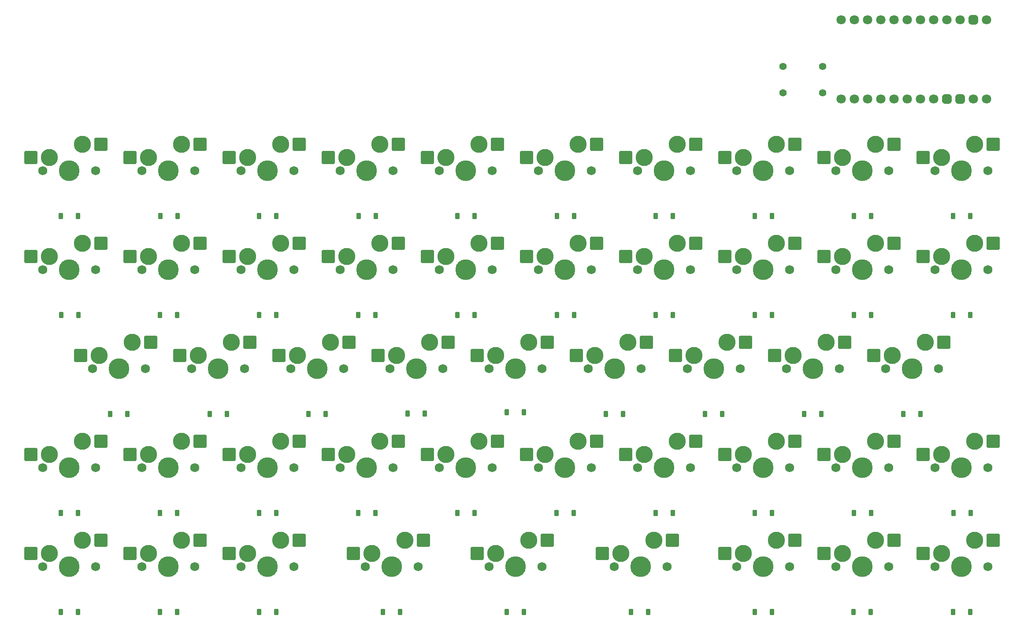
<source format=gbr>
%TF.GenerationSoftware,KiCad,Pcbnew,8.0.6*%
%TF.CreationDate,2024-11-21T10:17:36-07:00*%
%TF.ProjectId,newk-tabesque48,6e65776b-2d74-4616-9265-737175653438,rev?*%
%TF.SameCoordinates,Original*%
%TF.FileFunction,Soldermask,Bot*%
%TF.FilePolarity,Negative*%
%FSLAX46Y46*%
G04 Gerber Fmt 4.6, Leading zero omitted, Abs format (unit mm)*
G04 Created by KiCad (PCBNEW 8.0.6) date 2024-11-21 10:17:36*
%MOMM*%
%LPD*%
G01*
G04 APERTURE LIST*
G04 Aperture macros list*
%AMRoundRect*
0 Rectangle with rounded corners*
0 $1 Rounding radius*
0 $2 $3 $4 $5 $6 $7 $8 $9 X,Y pos of 4 corners*
0 Add a 4 corners polygon primitive as box body*
4,1,4,$2,$3,$4,$5,$6,$7,$8,$9,$2,$3,0*
0 Add four circle primitives for the rounded corners*
1,1,$1+$1,$2,$3*
1,1,$1+$1,$4,$5*
1,1,$1+$1,$6,$7*
1,1,$1+$1,$8,$9*
0 Add four rect primitives between the rounded corners*
20,1,$1+$1,$2,$3,$4,$5,0*
20,1,$1+$1,$4,$5,$6,$7,0*
20,1,$1+$1,$6,$7,$8,$9,0*
20,1,$1+$1,$8,$9,$2,$3,0*%
G04 Aperture macros list end*
%ADD10C,1.397000*%
%ADD11C,1.800000*%
%ADD12RoundRect,0.450000X-0.450000X0.450000X-0.450000X-0.450000X0.450000X-0.450000X0.450000X0.450000X0*%
%ADD13C,1.750000*%
%ADD14C,3.987800*%
%ADD15C,3.300000*%
%ADD16RoundRect,0.250000X1.025000X1.000000X-1.025000X1.000000X-1.025000X-1.000000X1.025000X-1.000000X0*%
%ADD17RoundRect,0.225000X0.225000X0.375000X-0.225000X0.375000X-0.225000X-0.375000X0.225000X-0.375000X0*%
G04 APERTURE END LIST*
D10*
%TO.C,SW1*%
X206629000Y-37846000D03*
X214249000Y-37846000D03*
X206629000Y-42926000D03*
X214249000Y-42926000D03*
%TD*%
D11*
%TO.C,U1*%
X245681500Y-44100750D03*
X243141500Y-44100750D03*
D12*
X240601500Y-44100750D03*
X238061500Y-44100750D03*
D11*
X235521500Y-44100750D03*
X232981500Y-44100750D03*
X230441500Y-44100750D03*
X227901500Y-44100750D03*
X225361500Y-44100750D03*
X222821500Y-44100750D03*
X220281500Y-44100750D03*
X217741500Y-44100750D03*
X245681500Y-28860750D03*
D12*
X243141500Y-28860750D03*
D11*
X240601500Y-28860750D03*
X238061500Y-28860750D03*
X235521500Y-28860750D03*
X232981500Y-28860750D03*
X230441500Y-28860750D03*
X227901500Y-28860750D03*
X225361500Y-28860750D03*
X222821500Y-28860750D03*
X220281500Y-28860750D03*
X217741500Y-28860750D03*
%TD*%
D13*
%TO.C,MX33*%
X188849000Y-115062000D03*
D14*
X183769000Y-115062000D03*
D13*
X178689000Y-115062000D03*
D15*
X179959000Y-112522000D03*
D16*
X176409000Y-112522000D03*
X189859000Y-109982000D03*
D15*
X186309000Y-109982000D03*
%TD*%
D13*
%TO.C,MX31*%
X226949000Y-115062000D03*
D14*
X221869000Y-115062000D03*
D13*
X216789000Y-115062000D03*
D15*
X218059000Y-112522000D03*
D16*
X214509000Y-112522000D03*
X227959000Y-109982000D03*
D15*
X224409000Y-109982000D03*
%TD*%
D13*
%TO.C,MX44*%
X160274000Y-134112000D03*
D14*
X155194000Y-134112000D03*
D13*
X150114000Y-134112000D03*
D15*
X151384000Y-131572000D03*
D16*
X147834000Y-131572000D03*
X161284000Y-129032000D03*
D15*
X157734000Y-129032000D03*
%TD*%
D13*
%TO.C,MX4*%
X188849000Y-57912000D03*
D14*
X183769000Y-57912000D03*
D13*
X178689000Y-57912000D03*
D15*
X179959000Y-55372000D03*
D16*
X176409000Y-55372000D03*
X189859000Y-52832000D03*
D15*
X186309000Y-52832000D03*
%TD*%
D13*
%TO.C,MX12*%
X226949000Y-76962000D03*
D14*
X221869000Y-76962000D03*
D13*
X216789000Y-76962000D03*
D15*
X218059000Y-74422000D03*
D16*
X214509000Y-74422000D03*
X227959000Y-71882000D03*
D15*
X224409000Y-71882000D03*
%TD*%
D13*
%TO.C,MX37*%
X112649000Y-115062000D03*
D14*
X107569000Y-115062000D03*
D13*
X102489000Y-115062000D03*
D15*
X103759000Y-112522000D03*
D16*
X100209000Y-112522000D03*
X113659000Y-109982000D03*
D15*
X110109000Y-109982000D03*
%TD*%
D13*
%TO.C,MX20*%
X74549000Y-76962000D03*
D14*
X69469000Y-76962000D03*
D13*
X64389000Y-76962000D03*
D15*
X65659000Y-74422000D03*
D16*
X62109000Y-74422000D03*
X75559000Y-71882000D03*
D15*
X72009000Y-71882000D03*
%TD*%
D13*
%TO.C,MX39*%
X74549000Y-115062000D03*
D14*
X69469000Y-115062000D03*
D13*
X64389000Y-115062000D03*
D15*
X65659000Y-112522000D03*
D16*
X62109000Y-112522000D03*
X75559000Y-109982000D03*
D15*
X72009000Y-109982000D03*
%TD*%
D13*
%TO.C,MX3*%
X207899000Y-57912000D03*
D14*
X202819000Y-57912000D03*
D13*
X197739000Y-57912000D03*
D15*
X199009000Y-55372000D03*
D16*
X195459000Y-55372000D03*
X208909000Y-52832000D03*
D15*
X205359000Y-52832000D03*
%TD*%
D13*
%TO.C,MX13*%
X207899000Y-76962000D03*
D14*
X202819000Y-76962000D03*
D13*
X197739000Y-76962000D03*
D15*
X199009000Y-74422000D03*
D16*
X195459000Y-74422000D03*
X208909000Y-71882000D03*
D15*
X205359000Y-71882000D03*
%TD*%
D17*
%TO.C,D32*%
X204469000Y-123793250D03*
X201169000Y-123793250D03*
%TD*%
%TO.C,D31*%
X223519000Y-123793250D03*
X220219000Y-123793250D03*
%TD*%
D13*
%TO.C,MX2*%
X226949000Y-57912000D03*
D14*
X221869000Y-57912000D03*
D13*
X216789000Y-57912000D03*
D15*
X218059000Y-55372000D03*
D16*
X214509000Y-55372000D03*
X227959000Y-52832000D03*
D15*
X224409000Y-52832000D03*
%TD*%
D17*
%TO.C,D47*%
X90169000Y-142843250D03*
X86869000Y-142843250D03*
%TD*%
D13*
%TO.C,MX7*%
X131699000Y-57912000D03*
D14*
X126619000Y-57912000D03*
D13*
X121539000Y-57912000D03*
D15*
X122809000Y-55372000D03*
D16*
X119259000Y-55372000D03*
X132709000Y-52832000D03*
D15*
X129159000Y-52832000D03*
%TD*%
D17*
%TO.C,D36*%
X128269000Y-123793250D03*
X124969000Y-123793250D03*
%TD*%
%TO.C,D15*%
X166431500Y-85693250D03*
X163131500Y-85693250D03*
%TD*%
D13*
%TO.C,MX1*%
X245999000Y-57912000D03*
D14*
X240919000Y-57912000D03*
D13*
X235839000Y-57912000D03*
D15*
X237109000Y-55372000D03*
D16*
X233559000Y-55372000D03*
X247009000Y-52832000D03*
D15*
X243459000Y-52832000D03*
%TD*%
D13*
%TO.C,MX19*%
X93599000Y-76962000D03*
D14*
X88519000Y-76962000D03*
D13*
X83439000Y-76962000D03*
D15*
X84709000Y-74422000D03*
D16*
X81159000Y-74422000D03*
X94609000Y-71882000D03*
D15*
X91059000Y-71882000D03*
%TD*%
D17*
%TO.C,D6*%
X147319000Y-66643250D03*
X144019000Y-66643250D03*
%TD*%
%TO.C,D5*%
X166431500Y-66643250D03*
X163131500Y-66643250D03*
%TD*%
D13*
%TO.C,MX40*%
X245999000Y-134112000D03*
D14*
X240919000Y-134112000D03*
D13*
X235839000Y-134112000D03*
D15*
X237109000Y-131572000D03*
D16*
X233559000Y-131572000D03*
X247009000Y-129032000D03*
D15*
X243459000Y-129032000D03*
%TD*%
D13*
%TO.C,MX36*%
X131699000Y-115062000D03*
D14*
X126619000Y-115062000D03*
D13*
X121539000Y-115062000D03*
D15*
X122809000Y-112522000D03*
D16*
X119259000Y-112522000D03*
X132709000Y-109982000D03*
D15*
X129159000Y-109982000D03*
%TD*%
D13*
%TO.C,MX46*%
X112649000Y-134112000D03*
D14*
X107569000Y-134112000D03*
D13*
X102489000Y-134112000D03*
D15*
X103759000Y-131572000D03*
D16*
X100209000Y-131572000D03*
X113659000Y-129032000D03*
D15*
X110109000Y-129032000D03*
%TD*%
D13*
%TO.C,MX16*%
X150749000Y-76962000D03*
D14*
X145669000Y-76962000D03*
D13*
X140589000Y-76962000D03*
D15*
X141859000Y-74422000D03*
D16*
X138309000Y-74422000D03*
X151759000Y-71882000D03*
D15*
X148209000Y-71882000D03*
%TD*%
D13*
%TO.C,MX41*%
X226949000Y-134112000D03*
D14*
X221869000Y-134112000D03*
D13*
X216789000Y-134112000D03*
D15*
X218059000Y-131572000D03*
D16*
X214509000Y-131572000D03*
X227959000Y-129032000D03*
D15*
X224409000Y-129032000D03*
%TD*%
D13*
%TO.C,MX17*%
X131699000Y-76962000D03*
D14*
X126619000Y-76962000D03*
D13*
X121539000Y-76962000D03*
D15*
X122809000Y-74422000D03*
D16*
X119259000Y-74422000D03*
X132709000Y-71882000D03*
D15*
X129159000Y-71882000D03*
%TD*%
D17*
%TO.C,D9*%
X90231500Y-66643250D03*
X86931500Y-66643250D03*
%TD*%
D13*
%TO.C,MX9*%
X93599000Y-57912000D03*
D14*
X88519000Y-57912000D03*
D13*
X83439000Y-57912000D03*
D15*
X84709000Y-55372000D03*
D16*
X81159000Y-55372000D03*
X94609000Y-52832000D03*
D15*
X91059000Y-52832000D03*
%TD*%
D17*
%TO.C,D43*%
X180656500Y-142843250D03*
X177356500Y-142843250D03*
%TD*%
D13*
%TO.C,MX25*%
X160274000Y-96012000D03*
D14*
X155194000Y-96012000D03*
D13*
X150114000Y-96012000D03*
D15*
X151384000Y-93472000D03*
D16*
X147834000Y-93472000D03*
X161284000Y-90932000D03*
D15*
X157734000Y-90932000D03*
%TD*%
D17*
%TO.C,D39*%
X71119000Y-123793250D03*
X67819000Y-123793250D03*
%TD*%
D13*
%TO.C,MX10*%
X74549000Y-57912000D03*
D14*
X69469000Y-57912000D03*
D13*
X64389000Y-57912000D03*
D15*
X65659000Y-55372000D03*
D16*
X62109000Y-55372000D03*
X75559000Y-52832000D03*
D15*
X72009000Y-52832000D03*
%TD*%
D17*
%TO.C,D19*%
X90169000Y-85693250D03*
X86869000Y-85693250D03*
%TD*%
%TO.C,D42*%
X204469000Y-142843250D03*
X201169000Y-142843250D03*
%TD*%
%TO.C,D4*%
X185419000Y-66643250D03*
X182119000Y-66643250D03*
%TD*%
D13*
%TO.C,MX5*%
X169799000Y-57912000D03*
D14*
X164719000Y-57912000D03*
D13*
X159639000Y-57912000D03*
D15*
X160909000Y-55372000D03*
D16*
X157359000Y-55372000D03*
X170809000Y-52832000D03*
D15*
X167259000Y-52832000D03*
%TD*%
D13*
%TO.C,MX23*%
X198374000Y-96012000D03*
D14*
X193294000Y-96012000D03*
D13*
X188214000Y-96012000D03*
D15*
X189484000Y-93472000D03*
D16*
X185934000Y-93472000D03*
X199384000Y-90932000D03*
D15*
X195834000Y-90932000D03*
%TD*%
D17*
%TO.C,D24*%
X175894000Y-104743250D03*
X172594000Y-104743250D03*
%TD*%
%TO.C,D12*%
X223519000Y-85693250D03*
X220219000Y-85693250D03*
%TD*%
%TO.C,D17*%
X128269000Y-85693250D03*
X124969000Y-85693250D03*
%TD*%
%TO.C,D8*%
X109219000Y-66643250D03*
X105919000Y-66643250D03*
%TD*%
D13*
%TO.C,MX24*%
X179324000Y-96012000D03*
D14*
X174244000Y-96012000D03*
D13*
X169164000Y-96012000D03*
D15*
X170434000Y-93472000D03*
D16*
X166884000Y-93472000D03*
X180334000Y-90932000D03*
D15*
X176784000Y-90932000D03*
%TD*%
D13*
%TO.C,MX27*%
X122174000Y-96012000D03*
D14*
X117094000Y-96012000D03*
D13*
X112014000Y-96012000D03*
D15*
X113284000Y-93472000D03*
D16*
X109734000Y-93472000D03*
X123184000Y-90932000D03*
D15*
X119634000Y-90932000D03*
%TD*%
D17*
%TO.C,D13*%
X204469000Y-85693250D03*
X201169000Y-85693250D03*
%TD*%
%TO.C,D7*%
X128331500Y-66643250D03*
X125031500Y-66643250D03*
%TD*%
%TO.C,D30*%
X242631500Y-123793250D03*
X239331500Y-123793250D03*
%TD*%
%TO.C,D2*%
X223519000Y-66643250D03*
X220219000Y-66643250D03*
%TD*%
%TO.C,D1*%
X242569000Y-66643250D03*
X239269000Y-66643250D03*
%TD*%
%TO.C,D41*%
X223456500Y-142843250D03*
X220156500Y-142843250D03*
%TD*%
D13*
%TO.C,MX47*%
X93599000Y-134112000D03*
D14*
X88519000Y-134112000D03*
D13*
X83439000Y-134112000D03*
D15*
X84709000Y-131572000D03*
D16*
X81159000Y-131572000D03*
X94609000Y-129032000D03*
D15*
X91059000Y-129032000D03*
%TD*%
D13*
%TO.C,MX30*%
X245999000Y-115062000D03*
D14*
X240919000Y-115062000D03*
D13*
X235839000Y-115062000D03*
D15*
X237109000Y-112522000D03*
D16*
X233559000Y-112522000D03*
X247009000Y-109982000D03*
D15*
X243459000Y-109982000D03*
%TD*%
D13*
%TO.C,MX14*%
X188849000Y-76962000D03*
D14*
X183769000Y-76962000D03*
D13*
X178689000Y-76962000D03*
D15*
X179959000Y-74422000D03*
D16*
X176409000Y-74422000D03*
X189859000Y-71882000D03*
D15*
X186309000Y-71882000D03*
%TD*%
D17*
%TO.C,D35*%
X147319000Y-123793250D03*
X144019000Y-123793250D03*
%TD*%
D13*
%TO.C,MX11*%
X245999000Y-76962000D03*
D14*
X240919000Y-76962000D03*
D13*
X235839000Y-76962000D03*
D15*
X237109000Y-74422000D03*
D16*
X233559000Y-74422000D03*
X247009000Y-71882000D03*
D15*
X243459000Y-71882000D03*
%TD*%
D13*
%TO.C,MX22*%
X217424000Y-96012000D03*
D14*
X212344000Y-96012000D03*
D13*
X207264000Y-96012000D03*
D15*
X208534000Y-93472000D03*
D16*
X204984000Y-93472000D03*
X218434000Y-90932000D03*
D15*
X214884000Y-90932000D03*
%TD*%
D17*
%TO.C,D38*%
X90169000Y-123793250D03*
X86869000Y-123793250D03*
%TD*%
%TO.C,D48*%
X71119000Y-142843250D03*
X67819000Y-142843250D03*
%TD*%
D13*
%TO.C,MX15*%
X169799000Y-76962000D03*
D14*
X164719000Y-76962000D03*
D13*
X159639000Y-76962000D03*
D15*
X160909000Y-74422000D03*
D16*
X157359000Y-74422000D03*
X170809000Y-71882000D03*
D15*
X167259000Y-71882000D03*
%TD*%
D13*
%TO.C,MX43*%
X184324000Y-134112000D03*
D14*
X179244000Y-134112000D03*
D13*
X174164000Y-134112000D03*
D15*
X175434000Y-131572000D03*
D16*
X171884000Y-131572000D03*
X185334000Y-129032000D03*
D15*
X181784000Y-129032000D03*
%TD*%
D13*
%TO.C,MX35*%
X150749000Y-115062000D03*
D14*
X145669000Y-115062000D03*
D13*
X140589000Y-115062000D03*
D15*
X141859000Y-112522000D03*
D16*
X138309000Y-112522000D03*
X151759000Y-109982000D03*
D15*
X148209000Y-109982000D03*
%TD*%
D17*
%TO.C,D16*%
X147319000Y-85693250D03*
X144019000Y-85693250D03*
%TD*%
%TO.C,D37*%
X109219000Y-123793250D03*
X105919000Y-123793250D03*
%TD*%
%TO.C,D34*%
X166369000Y-123793250D03*
X163069000Y-123793250D03*
%TD*%
%TO.C,D44*%
X156844000Y-142843250D03*
X153544000Y-142843250D03*
%TD*%
%TO.C,D29*%
X80644000Y-104743250D03*
X77344000Y-104743250D03*
%TD*%
%TO.C,D40*%
X242569000Y-142843250D03*
X239269000Y-142843250D03*
%TD*%
%TO.C,D20*%
X71181500Y-85693250D03*
X67881500Y-85693250D03*
%TD*%
D13*
%TO.C,MX29*%
X84074000Y-96012000D03*
D14*
X78994000Y-96012000D03*
D13*
X73914000Y-96012000D03*
D15*
X75184000Y-93472000D03*
D16*
X71634000Y-93472000D03*
X85084000Y-90932000D03*
D15*
X81534000Y-90932000D03*
%TD*%
D17*
%TO.C,D23*%
X194944000Y-104743250D03*
X191644000Y-104743250D03*
%TD*%
D13*
%TO.C,MX34*%
X169799000Y-115062000D03*
D14*
X164719000Y-115062000D03*
D13*
X159639000Y-115062000D03*
D15*
X160909000Y-112522000D03*
D16*
X157359000Y-112522000D03*
X170809000Y-109982000D03*
D15*
X167259000Y-109982000D03*
%TD*%
D17*
%TO.C,D21*%
X233044000Y-104743250D03*
X229744000Y-104743250D03*
%TD*%
D13*
%TO.C,MX8*%
X112649000Y-57912000D03*
D14*
X107569000Y-57912000D03*
D13*
X102489000Y-57912000D03*
D15*
X103759000Y-55372000D03*
D16*
X100209000Y-55372000D03*
X113659000Y-52832000D03*
D15*
X110109000Y-52832000D03*
%TD*%
D17*
%TO.C,D18*%
X109219000Y-85693250D03*
X105919000Y-85693250D03*
%TD*%
%TO.C,D25*%
X156844000Y-104425750D03*
X153544000Y-104425750D03*
%TD*%
%TO.C,D26*%
X137794000Y-104637000D03*
X134494000Y-104637000D03*
%TD*%
D13*
%TO.C,MX26*%
X141224000Y-96012000D03*
D14*
X136144000Y-96012000D03*
D13*
X131064000Y-96012000D03*
D15*
X132334000Y-93472000D03*
D16*
X128784000Y-93472000D03*
X142234000Y-90932000D03*
D15*
X138684000Y-90932000D03*
%TD*%
D17*
%TO.C,D27*%
X118744000Y-104743250D03*
X115444000Y-104743250D03*
%TD*%
D13*
%TO.C,MX48*%
X74549000Y-134112000D03*
D14*
X69469000Y-134112000D03*
D13*
X64389000Y-134112000D03*
D15*
X65659000Y-131572000D03*
D16*
X62109000Y-131572000D03*
X75559000Y-129032000D03*
D15*
X72009000Y-129032000D03*
%TD*%
D13*
%TO.C,MX6*%
X150749000Y-57912000D03*
D14*
X145669000Y-57912000D03*
D13*
X140589000Y-57912000D03*
D15*
X141859000Y-55372000D03*
D16*
X138309000Y-55372000D03*
X151759000Y-52832000D03*
D15*
X148209000Y-52832000D03*
%TD*%
D13*
%TO.C,MX28*%
X103124000Y-96012000D03*
D14*
X98044000Y-96012000D03*
D13*
X92964000Y-96012000D03*
D15*
X94234000Y-93472000D03*
D16*
X90684000Y-93472000D03*
X104134000Y-90932000D03*
D15*
X100584000Y-90932000D03*
%TD*%
D13*
%TO.C,MX38*%
X93599000Y-115062000D03*
D14*
X88519000Y-115062000D03*
D13*
X83439000Y-115062000D03*
D15*
X84709000Y-112522000D03*
D16*
X81159000Y-112522000D03*
X94609000Y-109982000D03*
D15*
X91059000Y-109982000D03*
%TD*%
D17*
%TO.C,D45*%
X133031500Y-142843250D03*
X129731500Y-142843250D03*
%TD*%
%TO.C,D3*%
X204469000Y-66643250D03*
X201169000Y-66643250D03*
%TD*%
D13*
%TO.C,MX18*%
X112649000Y-76962000D03*
D14*
X107569000Y-76962000D03*
D13*
X102489000Y-76962000D03*
D15*
X103759000Y-74422000D03*
D16*
X100209000Y-74422000D03*
X113659000Y-71882000D03*
D15*
X110109000Y-71882000D03*
%TD*%
D17*
%TO.C,D33*%
X185419000Y-123793250D03*
X182119000Y-123793250D03*
%TD*%
%TO.C,D10*%
X71119000Y-66643250D03*
X67819000Y-66643250D03*
%TD*%
%TO.C,D46*%
X109219000Y-142843250D03*
X105919000Y-142843250D03*
%TD*%
%TO.C,D22*%
X213994000Y-104743250D03*
X210694000Y-104743250D03*
%TD*%
D13*
%TO.C,MX45*%
X136461500Y-134112000D03*
D14*
X131381500Y-134112000D03*
D13*
X126301500Y-134112000D03*
D15*
X127571500Y-131572000D03*
D16*
X124021500Y-131572000D03*
X137471500Y-129032000D03*
D15*
X133921500Y-129032000D03*
%TD*%
D17*
%TO.C,D28*%
X99756500Y-104743250D03*
X96456500Y-104743250D03*
%TD*%
D13*
%TO.C,MX32*%
X207899000Y-115062000D03*
D14*
X202819000Y-115062000D03*
D13*
X197739000Y-115062000D03*
D15*
X199009000Y-112522000D03*
D16*
X195459000Y-112522000D03*
X208909000Y-109982000D03*
D15*
X205359000Y-109982000D03*
%TD*%
D13*
%TO.C,MX21*%
X236474000Y-96012000D03*
D14*
X231394000Y-96012000D03*
D13*
X226314000Y-96012000D03*
D15*
X227584000Y-93472000D03*
D16*
X224034000Y-93472000D03*
X237484000Y-90932000D03*
D15*
X233934000Y-90932000D03*
%TD*%
D17*
%TO.C,D11*%
X242569000Y-85693250D03*
X239269000Y-85693250D03*
%TD*%
D13*
%TO.C,MX42*%
X207899000Y-134112000D03*
D14*
X202819000Y-134112000D03*
D13*
X197739000Y-134112000D03*
D15*
X199009000Y-131572000D03*
D16*
X195459000Y-131572000D03*
X208909000Y-129032000D03*
D15*
X205359000Y-129032000D03*
%TD*%
D17*
%TO.C,D14*%
X185419000Y-85693250D03*
X182119000Y-85693250D03*
%TD*%
M02*

</source>
